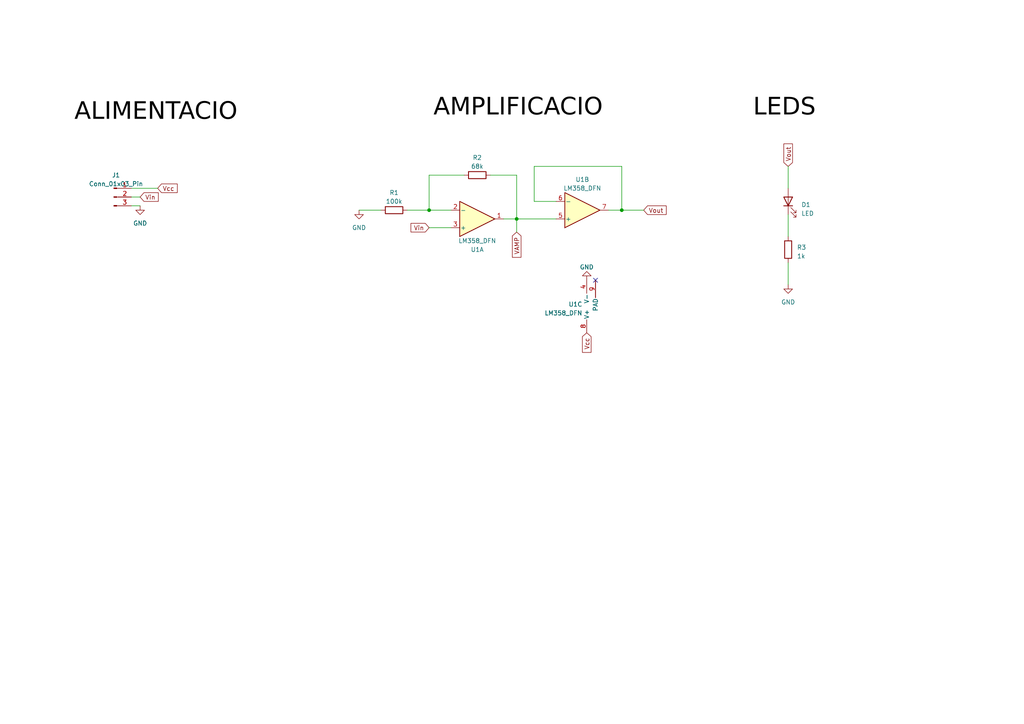
<source format=kicad_sch>
(kicad_sch (version 20230121) (generator eeschema)

  (uuid f9f603a9-b774-48a7-94d1-4c8d3d65a3f8)

  (paper "A4")

  (lib_symbols
    (symbol "Amplifier_Operational:LM358_DFN" (pin_names (offset 0.127)) (in_bom yes) (on_board yes)
      (property "Reference" "U" (at 0 5.08 0)
        (effects (font (size 1.27 1.27)) (justify left))
      )
      (property "Value" "LM358_DFN" (at 0 -5.08 0)
        (effects (font (size 1.27 1.27)) (justify left))
      )
      (property "Footprint" "Package_DFN_QFN:DFN-8-1EP_2x2mm_P0.5mm_EP1.05x1.75mm" (at 0 0 0)
        (effects (font (size 1.27 1.27)) hide)
      )
      (property "Datasheet" "www.st.com/resource/en/datasheet/lm358.pdf" (at 0 0 0)
        (effects (font (size 1.27 1.27)) hide)
      )
      (property "ki_locked" "" (at 0 0 0)
        (effects (font (size 1.27 1.27)))
      )
      (property "ki_keywords" "dual opamp" (at 0 0 0)
        (effects (font (size 1.27 1.27)) hide)
      )
      (property "ki_description" "Low-Power, Dual Operational Amplifiers, DFN-8" (at 0 0 0)
        (effects (font (size 1.27 1.27)) hide)
      )
      (property "ki_fp_filters" "DFN*2x2mm*P0.5mm*" (at 0 0 0)
        (effects (font (size 1.27 1.27)) hide)
      )
      (symbol "LM358_DFN_1_1"
        (polyline
          (pts
            (xy -5.08 5.08)
            (xy 5.08 0)
            (xy -5.08 -5.08)
            (xy -5.08 5.08)
          )
          (stroke (width 0.254) (type default))
          (fill (type background))
        )
        (pin output line (at 7.62 0 180) (length 2.54)
          (name "~" (effects (font (size 1.27 1.27))))
          (number "1" (effects (font (size 1.27 1.27))))
        )
        (pin input line (at -7.62 -2.54 0) (length 2.54)
          (name "-" (effects (font (size 1.27 1.27))))
          (number "2" (effects (font (size 1.27 1.27))))
        )
        (pin input line (at -7.62 2.54 0) (length 2.54)
          (name "+" (effects (font (size 1.27 1.27))))
          (number "3" (effects (font (size 1.27 1.27))))
        )
      )
      (symbol "LM358_DFN_2_1"
        (polyline
          (pts
            (xy -5.08 5.08)
            (xy 5.08 0)
            (xy -5.08 -5.08)
            (xy -5.08 5.08)
          )
          (stroke (width 0.254) (type default))
          (fill (type background))
        )
        (pin input line (at -7.62 2.54 0) (length 2.54)
          (name "+" (effects (font (size 1.27 1.27))))
          (number "5" (effects (font (size 1.27 1.27))))
        )
        (pin input line (at -7.62 -2.54 0) (length 2.54)
          (name "-" (effects (font (size 1.27 1.27))))
          (number "6" (effects (font (size 1.27 1.27))))
        )
        (pin output line (at 7.62 0 180) (length 2.54)
          (name "~" (effects (font (size 1.27 1.27))))
          (number "7" (effects (font (size 1.27 1.27))))
        )
      )
      (symbol "LM358_DFN_3_1"
        (pin power_in line (at -2.54 -7.62 90) (length 3.81)
          (name "V-" (effects (font (size 1.27 1.27))))
          (number "4" (effects (font (size 1.27 1.27))))
        )
        (pin power_in line (at -2.54 7.62 270) (length 3.81)
          (name "V+" (effects (font (size 1.27 1.27))))
          (number "8" (effects (font (size 1.27 1.27))))
        )
        (pin power_in line (at 0 -7.62 90) (length 5.08)
          (name "PAD" (effects (font (size 1.27 1.27))))
          (number "9" (effects (font (size 1.27 1.27))))
        )
      )
    )
    (symbol "Connector:Conn_01x03_Pin" (pin_names (offset 1.016) hide) (in_bom yes) (on_board yes)
      (property "Reference" "J" (at 0 5.08 0)
        (effects (font (size 1.27 1.27)))
      )
      (property "Value" "Conn_01x03_Pin" (at 0 -5.08 0)
        (effects (font (size 1.27 1.27)))
      )
      (property "Footprint" "" (at 0 0 0)
        (effects (font (size 1.27 1.27)) hide)
      )
      (property "Datasheet" "~" (at 0 0 0)
        (effects (font (size 1.27 1.27)) hide)
      )
      (property "ki_locked" "" (at 0 0 0)
        (effects (font (size 1.27 1.27)))
      )
      (property "ki_keywords" "connector" (at 0 0 0)
        (effects (font (size 1.27 1.27)) hide)
      )
      (property "ki_description" "Generic connector, single row, 01x03, script generated" (at 0 0 0)
        (effects (font (size 1.27 1.27)) hide)
      )
      (property "ki_fp_filters" "Connector*:*_1x??_*" (at 0 0 0)
        (effects (font (size 1.27 1.27)) hide)
      )
      (symbol "Conn_01x03_Pin_1_1"
        (polyline
          (pts
            (xy 1.27 -2.54)
            (xy 0.8636 -2.54)
          )
          (stroke (width 0.1524) (type default))
          (fill (type none))
        )
        (polyline
          (pts
            (xy 1.27 0)
            (xy 0.8636 0)
          )
          (stroke (width 0.1524) (type default))
          (fill (type none))
        )
        (polyline
          (pts
            (xy 1.27 2.54)
            (xy 0.8636 2.54)
          )
          (stroke (width 0.1524) (type default))
          (fill (type none))
        )
        (rectangle (start 0.8636 -2.413) (end 0 -2.667)
          (stroke (width 0.1524) (type default))
          (fill (type outline))
        )
        (rectangle (start 0.8636 0.127) (end 0 -0.127)
          (stroke (width 0.1524) (type default))
          (fill (type outline))
        )
        (rectangle (start 0.8636 2.667) (end 0 2.413)
          (stroke (width 0.1524) (type default))
          (fill (type outline))
        )
        (pin passive line (at 5.08 2.54 180) (length 3.81)
          (name "Pin_1" (effects (font (size 1.27 1.27))))
          (number "1" (effects (font (size 1.27 1.27))))
        )
        (pin passive line (at 5.08 0 180) (length 3.81)
          (name "Pin_2" (effects (font (size 1.27 1.27))))
          (number "2" (effects (font (size 1.27 1.27))))
        )
        (pin passive line (at 5.08 -2.54 180) (length 3.81)
          (name "Pin_3" (effects (font (size 1.27 1.27))))
          (number "3" (effects (font (size 1.27 1.27))))
        )
      )
    )
    (symbol "Device:LED" (pin_numbers hide) (pin_names (offset 1.016) hide) (in_bom yes) (on_board yes)
      (property "Reference" "D" (at 0 2.54 0)
        (effects (font (size 1.27 1.27)))
      )
      (property "Value" "LED" (at 0 -2.54 0)
        (effects (font (size 1.27 1.27)))
      )
      (property "Footprint" "" (at 0 0 0)
        (effects (font (size 1.27 1.27)) hide)
      )
      (property "Datasheet" "~" (at 0 0 0)
        (effects (font (size 1.27 1.27)) hide)
      )
      (property "ki_keywords" "LED diode" (at 0 0 0)
        (effects (font (size 1.27 1.27)) hide)
      )
      (property "ki_description" "Light emitting diode" (at 0 0 0)
        (effects (font (size 1.27 1.27)) hide)
      )
      (property "ki_fp_filters" "LED* LED_SMD:* LED_THT:*" (at 0 0 0)
        (effects (font (size 1.27 1.27)) hide)
      )
      (symbol "LED_0_1"
        (polyline
          (pts
            (xy -1.27 -1.27)
            (xy -1.27 1.27)
          )
          (stroke (width 0.254) (type default))
          (fill (type none))
        )
        (polyline
          (pts
            (xy -1.27 0)
            (xy 1.27 0)
          )
          (stroke (width 0) (type default))
          (fill (type none))
        )
        (polyline
          (pts
            (xy 1.27 -1.27)
            (xy 1.27 1.27)
            (xy -1.27 0)
            (xy 1.27 -1.27)
          )
          (stroke (width 0.254) (type default))
          (fill (type none))
        )
        (polyline
          (pts
            (xy -3.048 -0.762)
            (xy -4.572 -2.286)
            (xy -3.81 -2.286)
            (xy -4.572 -2.286)
            (xy -4.572 -1.524)
          )
          (stroke (width 0) (type default))
          (fill (type none))
        )
        (polyline
          (pts
            (xy -1.778 -0.762)
            (xy -3.302 -2.286)
            (xy -2.54 -2.286)
            (xy -3.302 -2.286)
            (xy -3.302 -1.524)
          )
          (stroke (width 0) (type default))
          (fill (type none))
        )
      )
      (symbol "LED_1_1"
        (pin passive line (at -3.81 0 0) (length 2.54)
          (name "K" (effects (font (size 1.27 1.27))))
          (number "1" (effects (font (size 1.27 1.27))))
        )
        (pin passive line (at 3.81 0 180) (length 2.54)
          (name "A" (effects (font (size 1.27 1.27))))
          (number "2" (effects (font (size 1.27 1.27))))
        )
      )
    )
    (symbol "Device:R" (pin_numbers hide) (pin_names (offset 0)) (in_bom yes) (on_board yes)
      (property "Reference" "R" (at 2.032 0 90)
        (effects (font (size 1.27 1.27)))
      )
      (property "Value" "R" (at 0 0 90)
        (effects (font (size 1.27 1.27)))
      )
      (property "Footprint" "" (at -1.778 0 90)
        (effects (font (size 1.27 1.27)) hide)
      )
      (property "Datasheet" "~" (at 0 0 0)
        (effects (font (size 1.27 1.27)) hide)
      )
      (property "ki_keywords" "R res resistor" (at 0 0 0)
        (effects (font (size 1.27 1.27)) hide)
      )
      (property "ki_description" "Resistor" (at 0 0 0)
        (effects (font (size 1.27 1.27)) hide)
      )
      (property "ki_fp_filters" "R_*" (at 0 0 0)
        (effects (font (size 1.27 1.27)) hide)
      )
      (symbol "R_0_1"
        (rectangle (start -1.016 -2.54) (end 1.016 2.54)
          (stroke (width 0.254) (type default))
          (fill (type none))
        )
      )
      (symbol "R_1_1"
        (pin passive line (at 0 3.81 270) (length 1.27)
          (name "~" (effects (font (size 1.27 1.27))))
          (number "1" (effects (font (size 1.27 1.27))))
        )
        (pin passive line (at 0 -3.81 90) (length 1.27)
          (name "~" (effects (font (size 1.27 1.27))))
          (number "2" (effects (font (size 1.27 1.27))))
        )
      )
    )
    (symbol "power:GND" (power) (pin_names (offset 0)) (in_bom yes) (on_board yes)
      (property "Reference" "#PWR" (at 0 -6.35 0)
        (effects (font (size 1.27 1.27)) hide)
      )
      (property "Value" "GND" (at 0 -3.81 0)
        (effects (font (size 1.27 1.27)))
      )
      (property "Footprint" "" (at 0 0 0)
        (effects (font (size 1.27 1.27)) hide)
      )
      (property "Datasheet" "" (at 0 0 0)
        (effects (font (size 1.27 1.27)) hide)
      )
      (property "ki_keywords" "global power" (at 0 0 0)
        (effects (font (size 1.27 1.27)) hide)
      )
      (property "ki_description" "Power symbol creates a global label with name \"GND\" , ground" (at 0 0 0)
        (effects (font (size 1.27 1.27)) hide)
      )
      (symbol "GND_0_1"
        (polyline
          (pts
            (xy 0 0)
            (xy 0 -1.27)
            (xy 1.27 -1.27)
            (xy 0 -2.54)
            (xy -1.27 -1.27)
            (xy 0 -1.27)
          )
          (stroke (width 0) (type default))
          (fill (type none))
        )
      )
      (symbol "GND_1_1"
        (pin power_in line (at 0 0 270) (length 0) hide
          (name "GND" (effects (font (size 1.27 1.27))))
          (number "1" (effects (font (size 1.27 1.27))))
        )
      )
    )
  )

  (junction (at 149.86 63.5) (diameter 0) (color 0 0 0 0)
    (uuid 4bb16dc3-e493-4a4b-866e-289183e47412)
  )
  (junction (at 124.46 60.96) (diameter 0) (color 0 0 0 0)
    (uuid c8d12c8e-42b5-403d-ba20-5e3bab380b07)
  )
  (junction (at 180.34 60.96) (diameter 0) (color 0 0 0 0)
    (uuid f2ab9f9e-8705-4266-bd3c-bd4403b88fed)
  )

  (no_connect (at 172.72 81.28) (uuid a2724fef-e1a3-4250-9720-f4cd83b05480))

  (wire (pts (xy 124.46 66.04) (xy 130.81 66.04))
    (stroke (width 0) (type default))
    (uuid 0b63a304-f28e-4fba-b2bf-8fc1eeea2856)
  )
  (wire (pts (xy 146.05 63.5) (xy 149.86 63.5))
    (stroke (width 0) (type default))
    (uuid 14a89d32-16e8-4f27-ae1c-c01e8e769c42)
  )
  (wire (pts (xy 130.81 60.96) (xy 124.46 60.96))
    (stroke (width 0) (type default))
    (uuid 1814160c-ced6-4479-92b7-d9c78fa36b07)
  )
  (wire (pts (xy 180.34 48.26) (xy 180.34 60.96))
    (stroke (width 0) (type default))
    (uuid 252c57d6-dbaf-405a-983c-3186bca4c009)
  )
  (wire (pts (xy 45.72 54.61) (xy 38.1 54.61))
    (stroke (width 0) (type default))
    (uuid 2fac795a-2936-4732-9e39-69024746e78a)
  )
  (wire (pts (xy 124.46 50.8) (xy 134.62 50.8))
    (stroke (width 0) (type default))
    (uuid 4d3c8bf4-29e2-4269-9270-26442ce60af8)
  )
  (wire (pts (xy 228.6 62.23) (xy 228.6 68.58))
    (stroke (width 0) (type default))
    (uuid 55fe9337-bd72-4a0e-a62a-4827f4937f30)
  )
  (wire (pts (xy 154.94 48.26) (xy 154.94 58.42))
    (stroke (width 0) (type default))
    (uuid 823e0075-0c0d-435f-a522-642616d845dd)
  )
  (wire (pts (xy 154.94 48.26) (xy 180.34 48.26))
    (stroke (width 0) (type default))
    (uuid 8aa60fae-3be5-4ab3-beb7-c510de45cd2f)
  )
  (wire (pts (xy 180.34 60.96) (xy 186.69 60.96))
    (stroke (width 0) (type default))
    (uuid 92ae3914-105a-4cae-b48c-0b4c9485bc0b)
  )
  (wire (pts (xy 149.86 50.8) (xy 149.86 63.5))
    (stroke (width 0) (type default))
    (uuid 9c430457-daa5-47cf-802e-34e505fd5b35)
  )
  (wire (pts (xy 118.11 60.96) (xy 124.46 60.96))
    (stroke (width 0) (type default))
    (uuid 9fa1e1ca-29de-4ad2-9842-7701e111cb71)
  )
  (wire (pts (xy 228.6 48.26) (xy 228.6 54.61))
    (stroke (width 0) (type default))
    (uuid aa1e2882-daa2-4507-9df3-e06f5f576177)
  )
  (wire (pts (xy 142.24 50.8) (xy 149.86 50.8))
    (stroke (width 0) (type default))
    (uuid aff6d499-320d-43c5-bbb6-ed6083c6d353)
  )
  (wire (pts (xy 161.29 58.42) (xy 154.94 58.42))
    (stroke (width 0) (type default))
    (uuid dc00a898-115d-4114-aa0e-99d536d90bf0)
  )
  (wire (pts (xy 104.14 60.96) (xy 110.49 60.96))
    (stroke (width 0) (type default))
    (uuid df4fb1a6-0bf3-42fb-aff5-d60e879420fc)
  )
  (wire (pts (xy 38.1 59.69) (xy 40.64 59.69))
    (stroke (width 0) (type default))
    (uuid e3bbc151-3de1-489c-9b24-18412b866530)
  )
  (wire (pts (xy 149.86 63.5) (xy 161.29 63.5))
    (stroke (width 0) (type default))
    (uuid ede4c228-8917-498b-bb0f-bc874255f8e2)
  )
  (wire (pts (xy 40.64 57.15) (xy 38.1 57.15))
    (stroke (width 0) (type default))
    (uuid eeb8d80f-2d8c-446e-b62f-590998f7399f)
  )
  (wire (pts (xy 228.6 76.2) (xy 228.6 82.55))
    (stroke (width 0) (type default))
    (uuid f1abee94-83a3-4915-a7a4-e478e58c1f9b)
  )
  (wire (pts (xy 124.46 60.96) (xy 124.46 50.8))
    (stroke (width 0) (type default))
    (uuid f51424da-01da-4f8b-ac3d-cb0c9ffc8836)
  )
  (wire (pts (xy 176.53 60.96) (xy 180.34 60.96))
    (stroke (width 0) (type default))
    (uuid f85cd8f7-7197-4fcd-a454-74d40fc91f68)
  )
  (wire (pts (xy 149.86 63.5) (xy 149.86 67.31))
    (stroke (width 0) (type default))
    (uuid fc25eae4-d657-476c-90d5-424faecd9abf)
  )

  (text "AMPLIFICACIO" (at 125.73 35.56 0)
    (effects (font (face "Arial") (size 5 5) (color 0 0 0 1)) (justify left bottom))
    (uuid 4c6aed4c-8745-4371-aa3f-56cd6028177f)
  )
  (text "LEDS" (at 218.44 35.56 0)
    (effects (font (face "Arial") (size 5 5) (color 0 0 0 1)) (justify left bottom))
    (uuid 878343ba-af88-4d4c-bc42-144579396dff)
  )
  (text "ALIMENTACIO" (at 21.59 36.83 0)
    (effects (font (face "Arial") (size 5 5) (color 0 0 0 1)) (justify left bottom))
    (uuid e62af470-e9a9-4c8d-afdb-3c0c16be1f5d)
  )

  (global_label "Vcc" (shape input) (at 45.72 54.61 0) (fields_autoplaced)
    (effects (font (size 1.27 1.27)) (justify left))
    (uuid 2240ed58-e2a9-4c63-b5d5-98c06d93b0cf)
    (property "Intersheetrefs" "${INTERSHEET_REFS}" (at 51.8916 54.61 0)
      (effects (font (size 1.27 1.27)) (justify left) hide)
    )
  )
  (global_label "VAMP" (shape input) (at 149.86 67.31 270) (fields_autoplaced)
    (effects (font (size 1.27 1.27)) (justify right))
    (uuid 726cf58f-9082-4fb4-b59b-57eb741a2cb3)
    (property "Intersheetrefs" "${INTERSHEET_REFS}" (at 149.86 75.1144 90)
      (effects (font (size 1.27 1.27)) (justify right) hide)
    )
  )
  (global_label "Vin" (shape input) (at 124.46 66.04 180) (fields_autoplaced)
    (effects (font (size 1.27 1.27)) (justify right))
    (uuid 8e850991-d17c-4772-a84f-50107f309234)
    (property "Intersheetrefs" "${INTERSHEET_REFS}" (at 118.7118 66.04 0)
      (effects (font (size 1.27 1.27)) (justify right) hide)
    )
  )
  (global_label "Vin" (shape input) (at 40.64 57.15 0) (fields_autoplaced)
    (effects (font (size 1.27 1.27)) (justify left))
    (uuid 8ff56323-39c4-40c2-87ab-a10f15fce2d8)
    (property "Intersheetrefs" "${INTERSHEET_REFS}" (at 46.3882 57.15 0)
      (effects (font (size 1.27 1.27)) (justify left) hide)
    )
  )
  (global_label "Vcc" (shape input) (at 170.18 96.52 270) (fields_autoplaced)
    (effects (font (size 1.27 1.27)) (justify right))
    (uuid a0cdd1d8-b155-4b82-b889-d3398c8d5da6)
    (property "Intersheetrefs" "${INTERSHEET_REFS}" (at 170.18 102.6916 90)
      (effects (font (size 1.27 1.27)) (justify right) hide)
    )
  )
  (global_label "Vout" (shape input) (at 228.6 48.26 90) (fields_autoplaced)
    (effects (font (size 1.27 1.27)) (justify left))
    (uuid af3e8d74-3af1-43da-b4ba-1345327726c6)
    (property "Intersheetrefs" "${INTERSHEET_REFS}" (at 228.6 41.2419 90)
      (effects (font (size 1.27 1.27)) (justify left) hide)
    )
  )
  (global_label "Vout" (shape input) (at 186.69 60.96 0) (fields_autoplaced)
    (effects (font (size 1.27 1.27)) (justify left))
    (uuid db36e83d-22b0-4351-b65b-9cfa25e93ae8)
    (property "Intersheetrefs" "${INTERSHEET_REFS}" (at 193.7081 60.96 0)
      (effects (font (size 1.27 1.27)) (justify left) hide)
    )
  )

  (symbol (lib_id "power:GND") (at 40.64 59.69 0) (unit 1)
    (in_bom yes) (on_board yes) (dnp no) (fields_autoplaced)
    (uuid 13a37475-57ff-4029-aba5-b5ff977ed49c)
    (property "Reference" "#PWR01" (at 40.64 66.04 0)
      (effects (font (size 1.27 1.27)) hide)
    )
    (property "Value" "GND" (at 40.64 64.77 0)
      (effects (font (size 1.27 1.27)))
    )
    (property "Footprint" "" (at 40.64 59.69 0)
      (effects (font (size 1.27 1.27)) hide)
    )
    (property "Datasheet" "" (at 40.64 59.69 0)
      (effects (font (size 1.27 1.27)) hide)
    )
    (pin "1" (uuid 9706d562-b978-4b35-8574-526144972834))
    (instances
      (project "AidarIglesias_DavidMiravent_P2"
        (path "/f9f603a9-b774-48a7-94d1-4c8d3d65a3f8"
          (reference "#PWR01") (unit 1)
        )
      )
    )
  )

  (symbol (lib_id "power:GND") (at 170.18 81.28 180) (unit 1)
    (in_bom yes) (on_board yes) (dnp no) (fields_autoplaced)
    (uuid 13bb3250-3e4b-4eff-8699-6c8e833249d9)
    (property "Reference" "#PWR03" (at 170.18 74.93 0)
      (effects (font (size 1.27 1.27)) hide)
    )
    (property "Value" "GND" (at 170.18 77.47 0)
      (effects (font (size 1.27 1.27)))
    )
    (property "Footprint" "" (at 170.18 81.28 0)
      (effects (font (size 1.27 1.27)) hide)
    )
    (property "Datasheet" "" (at 170.18 81.28 0)
      (effects (font (size 1.27 1.27)) hide)
    )
    (pin "1" (uuid db646de0-d08a-4a5b-89bb-0e46bfaca3ea))
    (instances
      (project "AidarIglesias_DavidMiravent_P2"
        (path "/f9f603a9-b774-48a7-94d1-4c8d3d65a3f8"
          (reference "#PWR03") (unit 1)
        )
      )
    )
  )

  (symbol (lib_id "Connector:Conn_01x03_Pin") (at 33.02 57.15 0) (unit 1)
    (in_bom yes) (on_board yes) (dnp no) (fields_autoplaced)
    (uuid 234f8940-61ef-42c9-8334-2b86750f2956)
    (property "Reference" "J1" (at 33.655 50.8 0)
      (effects (font (size 1.27 1.27)))
    )
    (property "Value" "Conn_01x03_Pin" (at 33.655 53.34 0)
      (effects (font (size 1.27 1.27)))
    )
    (property "Footprint" "Connector_PinHeader_2.54mm:PinHeader_1x03_P2.54mm_Vertical" (at 33.02 57.15 0)
      (effects (font (size 1.27 1.27)) hide)
    )
    (property "Datasheet" "~" (at 33.02 57.15 0)
      (effects (font (size 1.27 1.27)) hide)
    )
    (pin "1" (uuid 53a64870-04ff-42d6-b5f0-220799442197))
    (pin "2" (uuid 26c096bb-818d-4666-a0d6-4973b9a4060b))
    (pin "3" (uuid d9ea0650-6009-4be9-a1e4-153ce77bef7b))
    (instances
      (project "AidarIglesias_DavidMiravent_P2"
        (path "/f9f603a9-b774-48a7-94d1-4c8d3d65a3f8"
          (reference "J1") (unit 1)
        )
      )
    )
  )

  (symbol (lib_id "Device:R") (at 114.3 60.96 90) (unit 1)
    (in_bom yes) (on_board yes) (dnp no) (fields_autoplaced)
    (uuid 4c6a62c8-7441-46e5-9248-3c505d51f315)
    (property "Reference" "R1" (at 114.3 55.88 90)
      (effects (font (size 1.27 1.27)))
    )
    (property "Value" "100k" (at 114.3 58.42 90)
      (effects (font (size 1.27 1.27)))
    )
    (property "Footprint" "Resistor_SMD:R_1206_3216Metric" (at 114.3 62.738 90)
      (effects (font (size 1.27 1.27)) hide)
    )
    (property "Datasheet" "~" (at 114.3 60.96 0)
      (effects (font (size 1.27 1.27)) hide)
    )
    (pin "1" (uuid efcbb7c4-ac78-429c-9a04-fe192fe7a173))
    (pin "2" (uuid 7f5e19ee-97e4-4e40-8e98-37c0e9f35aa8))
    (instances
      (project "AidarIglesias_DavidMiravent_P2"
        (path "/f9f603a9-b774-48a7-94d1-4c8d3d65a3f8"
          (reference "R1") (unit 1)
        )
      )
    )
  )

  (symbol (lib_id "Device:LED") (at 228.6 58.42 90) (unit 1)
    (in_bom yes) (on_board yes) (dnp no) (fields_autoplaced)
    (uuid 72ff4f89-e125-42df-a95f-aa0a6940d875)
    (property "Reference" "D1" (at 232.41 59.3725 90)
      (effects (font (size 1.27 1.27)) (justify right))
    )
    (property "Value" "LED" (at 232.41 61.9125 90)
      (effects (font (size 1.27 1.27)) (justify right))
    )
    (property "Footprint" "Diode_THT:D_A-405_P2.54mm_Vertical_AnodeUp" (at 228.6 58.42 0)
      (effects (font (size 1.27 1.27)) hide)
    )
    (property "Datasheet" "~" (at 228.6 58.42 0)
      (effects (font (size 1.27 1.27)) hide)
    )
    (pin "1" (uuid 0fcba224-f1d7-4301-a94c-47e8e70ce661))
    (pin "2" (uuid 409e1824-29ae-45ec-b235-b8493a9842d5))
    (instances
      (project "AidarIglesias_DavidMiravent_P2"
        (path "/f9f603a9-b774-48a7-94d1-4c8d3d65a3f8"
          (reference "D1") (unit 1)
        )
      )
    )
  )

  (symbol (lib_id "power:GND") (at 228.6 82.55 0) (unit 1)
    (in_bom yes) (on_board yes) (dnp no) (fields_autoplaced)
    (uuid 738fef87-05b7-4ca0-b2f9-5bfbe4e51f72)
    (property "Reference" "#PWR04" (at 228.6 88.9 0)
      (effects (font (size 1.27 1.27)) hide)
    )
    (property "Value" "GND" (at 228.6 87.63 0)
      (effects (font (size 1.27 1.27)))
    )
    (property "Footprint" "" (at 228.6 82.55 0)
      (effects (font (size 1.27 1.27)) hide)
    )
    (property "Datasheet" "" (at 228.6 82.55 0)
      (effects (font (size 1.27 1.27)) hide)
    )
    (pin "1" (uuid 9210fa57-eee2-412f-8aa6-fb36145c4162))
    (instances
      (project "AidarIglesias_DavidMiravent_P2"
        (path "/f9f603a9-b774-48a7-94d1-4c8d3d65a3f8"
          (reference "#PWR04") (unit 1)
        )
      )
    )
  )

  (symbol (lib_id "Amplifier_Operational:LM358_DFN") (at 138.43 63.5 0) (mirror x) (unit 1)
    (in_bom yes) (on_board yes) (dnp no)
    (uuid a5bf4a0e-8c82-49a4-a159-844c36d159a3)
    (property "Reference" "U1" (at 138.43 72.39 0)
      (effects (font (size 1.27 1.27)))
    )
    (property "Value" "LM358_DFN" (at 138.43 69.85 0)
      (effects (font (size 1.27 1.27)))
    )
    (property "Footprint" "Package_SO:SOIC-8-1EP_3.9x4.9mm_P1.27mm_EP2.29x3mm" (at 138.43 63.5 0)
      (effects (font (size 1.27 1.27)) hide)
    )
    (property "Datasheet" "www.st.com/resource/en/datasheet/lm358.pdf" (at 138.43 63.5 0)
      (effects (font (size 1.27 1.27)) hide)
    )
    (pin "1" (uuid 6629586f-8964-43a8-a4de-20093f0a5f1c))
    (pin "2" (uuid 1ebd509b-9750-4624-a0bd-d5b40231da74))
    (pin "3" (uuid 395b67ec-a1ac-4e4c-bb97-620b31f85f34))
    (pin "5" (uuid 7f4b2551-cc56-4c9d-9e88-ca5c94924a00))
    (pin "6" (uuid 2ecd4248-e485-4b19-900d-1b88f5e4bb73))
    (pin "7" (uuid 66a551dc-1fb1-41ea-98cc-be970592f7c2))
    (pin "4" (uuid 077cf10e-a288-40e2-8be3-1cc67b8d8f7e))
    (pin "8" (uuid dd331541-5d6e-4129-b4dd-25318b1b0693))
    (pin "9" (uuid 3e5f74d4-5685-4609-b8af-03e790221a84))
    (instances
      (project "AidarIglesias_DavidMiravent_P2"
        (path "/f9f603a9-b774-48a7-94d1-4c8d3d65a3f8"
          (reference "U1") (unit 1)
        )
      )
    )
  )

  (symbol (lib_id "Device:R") (at 138.43 50.8 90) (unit 1)
    (in_bom yes) (on_board yes) (dnp no) (fields_autoplaced)
    (uuid b1f195cc-282a-4693-be79-ab4f1eccffca)
    (property "Reference" "R2" (at 138.43 45.72 90)
      (effects (font (size 1.27 1.27)))
    )
    (property "Value" "68k" (at 138.43 48.26 90)
      (effects (font (size 1.27 1.27)))
    )
    (property "Footprint" "Resistor_SMD:R_1206_3216Metric" (at 138.43 52.578 90)
      (effects (font (size 1.27 1.27)) hide)
    )
    (property "Datasheet" "~" (at 138.43 50.8 0)
      (effects (font (size 1.27 1.27)) hide)
    )
    (pin "1" (uuid 8e5c7b7b-56b5-40ff-bf92-e213bfb07cb9))
    (pin "2" (uuid 6c159632-ac37-4add-945a-ea362004e799))
    (instances
      (project "AidarIglesias_DavidMiravent_P2"
        (path "/f9f603a9-b774-48a7-94d1-4c8d3d65a3f8"
          (reference "R2") (unit 1)
        )
      )
    )
  )

  (symbol (lib_id "power:GND") (at 104.14 60.96 0) (unit 1)
    (in_bom yes) (on_board yes) (dnp no) (fields_autoplaced)
    (uuid bf19ac28-cf97-451b-bfbe-777218071481)
    (property "Reference" "#PWR02" (at 104.14 67.31 0)
      (effects (font (size 1.27 1.27)) hide)
    )
    (property "Value" "GND" (at 104.14 66.04 0)
      (effects (font (size 1.27 1.27)))
    )
    (property "Footprint" "" (at 104.14 60.96 0)
      (effects (font (size 1.27 1.27)) hide)
    )
    (property "Datasheet" "" (at 104.14 60.96 0)
      (effects (font (size 1.27 1.27)) hide)
    )
    (pin "1" (uuid e1c65d4d-344d-4935-a2e9-92aca425a59a))
    (instances
      (project "AidarIglesias_DavidMiravent_P2"
        (path "/f9f603a9-b774-48a7-94d1-4c8d3d65a3f8"
          (reference "#PWR02") (unit 1)
        )
      )
    )
  )

  (symbol (lib_id "Amplifier_Operational:LM358_DFN") (at 168.91 60.96 0) (mirror x) (unit 2)
    (in_bom yes) (on_board yes) (dnp no) (fields_autoplaced)
    (uuid d35b475d-4c69-479b-987f-dec1c9194ec8)
    (property "Reference" "U1" (at 168.91 52.07 0)
      (effects (font (size 1.27 1.27)))
    )
    (property "Value" "LM358_DFN" (at 168.91 54.61 0)
      (effects (font (size 1.27 1.27)))
    )
    (property "Footprint" "Package_SO:SOIC-8-1EP_3.9x4.9mm_P1.27mm_EP2.29x3mm" (at 168.91 60.96 0)
      (effects (font (size 1.27 1.27)) hide)
    )
    (property "Datasheet" "www.st.com/resource/en/datasheet/lm358.pdf" (at 168.91 60.96 0)
      (effects (font (size 1.27 1.27)) hide)
    )
    (pin "1" (uuid af2f7a82-c760-4b79-8832-90b65ca4016a))
    (pin "2" (uuid eb3b9a4f-6d8c-4efc-913a-a4abb8236f0b))
    (pin "3" (uuid f75e8ec9-37e2-47bc-a9cb-e3a350877416))
    (pin "5" (uuid 429f1211-a69c-4591-aa13-2ddd19e774a1))
    (pin "6" (uuid d48379bb-4140-4393-bc9d-d9fd1efed3cf))
    (pin "7" (uuid 5d0cc148-7907-4adf-9f8d-8d7d856c7d8f))
    (pin "4" (uuid a4446179-1ff9-49d9-896d-59684b7dd0f0))
    (pin "8" (uuid fca68d2e-6aa2-43db-a0cb-1a502f28b71c))
    (pin "9" (uuid 15e06185-cc49-4248-8acb-337e1cde3f3f))
    (instances
      (project "AidarIglesias_DavidMiravent_P2"
        (path "/f9f603a9-b774-48a7-94d1-4c8d3d65a3f8"
          (reference "U1") (unit 2)
        )
      )
    )
  )

  (symbol (lib_id "Device:R") (at 228.6 72.39 0) (unit 1)
    (in_bom yes) (on_board yes) (dnp no) (fields_autoplaced)
    (uuid e2f7350b-18ab-4d7d-a358-1b83dbf6c81e)
    (property "Reference" "R3" (at 231.14 71.755 0)
      (effects (font (size 1.27 1.27)) (justify left))
    )
    (property "Value" "1k" (at 231.14 74.295 0)
      (effects (font (size 1.27 1.27)) (justify left))
    )
    (property "Footprint" "Resistor_THT:R_Axial_DIN0204_L3.6mm_D1.6mm_P5.08mm_Horizontal" (at 226.822 72.39 90)
      (effects (font (size 1.27 1.27)) hide)
    )
    (property "Datasheet" "~" (at 228.6 72.39 0)
      (effects (font (size 1.27 1.27)) hide)
    )
    (pin "1" (uuid e7c1a7da-85a8-490a-8fae-37f20a3fa4dd))
    (pin "2" (uuid 8ae1167d-29b9-4920-8e81-b1c131830b70))
    (instances
      (project "AidarIglesias_DavidMiravent_P2"
        (path "/f9f603a9-b774-48a7-94d1-4c8d3d65a3f8"
          (reference "R3") (unit 1)
        )
      )
    )
  )

  (symbol (lib_id "Amplifier_Operational:LM358_DFN") (at 172.72 88.9 0) (mirror x) (unit 3)
    (in_bom yes) (on_board yes) (dnp no) (fields_autoplaced)
    (uuid f3992e84-93f7-4ed2-8cdd-aae9f2fc5c5d)
    (property "Reference" "U1" (at 168.91 88.265 0)
      (effects (font (size 1.27 1.27)) (justify right))
    )
    (property "Value" "LM358_DFN" (at 168.91 90.805 0)
      (effects (font (size 1.27 1.27)) (justify right))
    )
    (property "Footprint" "Package_SO:SOIC-8-1EP_3.9x4.9mm_P1.27mm_EP2.29x3mm" (at 172.72 88.9 0)
      (effects (font (size 1.27 1.27)) hide)
    )
    (property "Datasheet" "www.st.com/resource/en/datasheet/lm358.pdf" (at 172.72 88.9 0)
      (effects (font (size 1.27 1.27)) hide)
    )
    (pin "1" (uuid 368ea9bb-3426-43b3-b55d-3530a4754c46))
    (pin "2" (uuid 2b9ae920-493c-4b79-9a40-eff9f9ae2cb3))
    (pin "3" (uuid ce764cf2-7bca-4c55-ae86-1033cdeeb09a))
    (pin "5" (uuid 99f60221-204e-4f19-b29a-96c139473747))
    (pin "6" (uuid 4461c21e-7c9e-4b3b-a76e-36a7aaf20356))
    (pin "7" (uuid 3db67874-ec6f-493a-8065-00f2ab9cc4d8))
    (pin "4" (uuid c5876253-e045-474f-a605-8572a4937bba))
    (pin "8" (uuid 8b0d64ab-b69e-4fbb-9192-ad3cf63d30bb))
    (pin "9" (uuid 742bbe51-e3f9-4112-9dd7-5173f2533826))
    (instances
      (project "AidarIglesias_DavidMiravent_P2"
        (path "/f9f603a9-b774-48a7-94d1-4c8d3d65a3f8"
          (reference "U1") (unit 3)
        )
      )
    )
  )

  (sheet_instances
    (path "/" (page "1"))
  )
)

</source>
